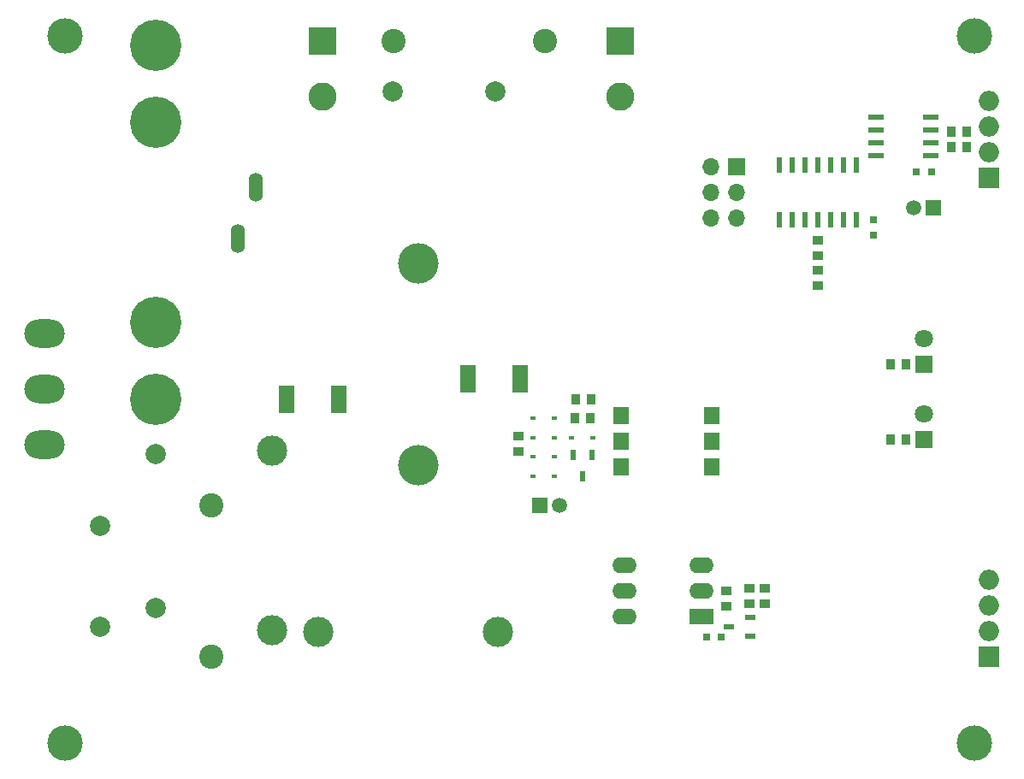
<source format=gbs>
G04 #@! TF.GenerationSoftware,KiCad,Pcbnew,no-vcs-found-f12b19d~59~ubuntu16.04.1*
G04 #@! TF.CreationDate,2017-08-22T16:20:07+03:00*
G04 #@! TF.ProjectId,ssr,7373722E6B696361645F706362000000,rev?*
G04 #@! TF.SameCoordinates,Original*
G04 #@! TF.FileFunction,Soldermask,Bot*
G04 #@! TF.FilePolarity,Negative*
%FSLAX46Y46*%
G04 Gerber Fmt 4.6, Leading zero omitted, Abs format (unit mm)*
G04 Created by KiCad (PCBNEW no-vcs-found-f12b19d~59~ubuntu16.04.1) date Tue Aug 22 16:20:07 2017*
%MOMM*%
%LPD*%
G01*
G04 APERTURE LIST*
%ADD10R,0.800000X0.750000*%
%ADD11R,0.750000X0.800000*%
%ADD12O,1.998980X1.998980*%
%ADD13R,1.998980X1.998980*%
%ADD14R,0.600000X0.450000*%
%ADD15C,2.400000*%
%ADD16R,1.500000X1.800000*%
%ADD17O,2.400000X1.600000*%
%ADD18R,2.400000X1.600000*%
%ADD19C,2.000000*%
%ADD20R,1.800000X1.800000*%
%ADD21C,1.800000*%
%ADD22C,3.500120*%
%ADD23C,2.999740*%
%ADD24O,4.000000X2.800000*%
%ADD25C,5.080000*%
%ADD26C,4.000500*%
%ADD27O,1.422400X2.844800*%
%ADD28R,1.000760X0.899160*%
%ADD29R,0.599440X1.000760*%
%ADD30R,0.899160X1.000760*%
%ADD31R,1.600200X2.692400*%
%ADD32R,1.000760X0.599440*%
%ADD33C,1.998980*%
%ADD34R,1.500000X1.500000*%
%ADD35C,1.500000*%
%ADD36R,0.600000X1.500000*%
%ADD37R,1.550000X0.600000*%
%ADD38O,1.700000X1.700000*%
%ADD39R,1.700000X1.700000*%
%ADD40R,2.800000X2.800000*%
%ADD41C,2.800000*%
G04 APERTURE END LIST*
D10*
X170000000Y-84500000D03*
X168500000Y-84500000D03*
D11*
X185000000Y-44750000D03*
X185000000Y-43250000D03*
D10*
X189250000Y-38500000D03*
X190750000Y-38500000D03*
D12*
X196500000Y-78880000D03*
D13*
X196500000Y-86500000D03*
D12*
X196500000Y-83960000D03*
X196500000Y-81420000D03*
X196500000Y-31420000D03*
D13*
X196500000Y-39040000D03*
D12*
X196500000Y-36500000D03*
X196500000Y-33960000D03*
D14*
X157278016Y-64769204D03*
X155178016Y-64769204D03*
X151368016Y-66674204D03*
X153468016Y-66674204D03*
X151368016Y-62864204D03*
X153468016Y-62864204D03*
X153468016Y-64769204D03*
X151368016Y-64769204D03*
X153468016Y-68579204D03*
X151368016Y-68579204D03*
D15*
X119500000Y-86500000D03*
X119500000Y-71500000D03*
D16*
X160024040Y-67690000D03*
X160024040Y-65150000D03*
X160024040Y-62610000D03*
X169035960Y-62610000D03*
X169035960Y-65150000D03*
X169030000Y-67690000D03*
D17*
X160380000Y-82500000D03*
X168000000Y-77420000D03*
X160380000Y-79960000D03*
X168000000Y-79960000D03*
X160380000Y-77420000D03*
D18*
X168000000Y-82500000D03*
D19*
X108500000Y-83500000D03*
X108500000Y-73500000D03*
D15*
X137500000Y-25500000D03*
X152500000Y-25500000D03*
D20*
X190000000Y-65000000D03*
D21*
X190000000Y-62460000D03*
D20*
X190000000Y-57500000D03*
D21*
X190000000Y-54960000D03*
D22*
X105001260Y-94998740D03*
X105001260Y-24998880D03*
X195001080Y-24998880D03*
X195001080Y-94998740D03*
D23*
X147890000Y-84000000D03*
X130110000Y-84000000D03*
D24*
X103000000Y-65524500D03*
X103000000Y-60000000D03*
X103000000Y-54475500D03*
D25*
X114000000Y-61000000D03*
X114000000Y-53380000D03*
X114000000Y-25948000D03*
X114000000Y-33568000D03*
D26*
X139999960Y-67500000D03*
X139999960Y-47500040D03*
D27*
X122111000Y-45040000D03*
X123889000Y-39960000D03*
D28*
X149878016Y-66156044D03*
X149878016Y-64652364D03*
D29*
X155275516Y-66465924D03*
X156228016Y-68579204D03*
X157180516Y-66465924D03*
D28*
X179500000Y-49751840D03*
X179500000Y-48248160D03*
D30*
X157096696Y-60959204D03*
X155593016Y-60959204D03*
X156979856Y-62864204D03*
X155476176Y-62864204D03*
D28*
X179500000Y-45248160D03*
X179500000Y-46751840D03*
X174250000Y-79748160D03*
X174250000Y-81251840D03*
X170500000Y-79998160D03*
X170500000Y-81501840D03*
D30*
X186748160Y-65000000D03*
X188251840Y-65000000D03*
X186748160Y-57500000D03*
X188251840Y-57500000D03*
D31*
X150078100Y-59000000D03*
X144921900Y-59000000D03*
X132078100Y-61000000D03*
X126921900Y-61000000D03*
D32*
X172806640Y-82547500D03*
X170693360Y-83500000D03*
X172806640Y-84452500D03*
D28*
X172750000Y-79748160D03*
X172750000Y-81251840D03*
D33*
X137420000Y-30500000D03*
X147580000Y-30500000D03*
D23*
X125500000Y-83890000D03*
X125500000Y-66110000D03*
D33*
X114000000Y-81620000D03*
X114000000Y-66380000D03*
D34*
X152000000Y-71500000D03*
D35*
X154000000Y-71500000D03*
D34*
X191000000Y-42000000D03*
D35*
X189000000Y-42000000D03*
D36*
X183310000Y-37800000D03*
X182040000Y-37800000D03*
X180770000Y-37800000D03*
X179500000Y-37800000D03*
X178230000Y-37800000D03*
X176960000Y-37800000D03*
X175690000Y-37800000D03*
X175690000Y-43200000D03*
X176960000Y-43200000D03*
X178230000Y-43200000D03*
X179500000Y-43200000D03*
X180770000Y-43200000D03*
X182040000Y-43200000D03*
X183310000Y-43200000D03*
D30*
X192748160Y-34500000D03*
X194251840Y-34500000D03*
X192748160Y-36000000D03*
X194251840Y-36000000D03*
D37*
X190700000Y-36905000D03*
X190700000Y-35635000D03*
X190700000Y-34365000D03*
X190700000Y-33095000D03*
X185300000Y-33095000D03*
X185300000Y-34365000D03*
X185300000Y-35635000D03*
X185300000Y-36905000D03*
D38*
X168960000Y-43080000D03*
X171500000Y-43080000D03*
X168960000Y-40540000D03*
X171500000Y-40540000D03*
X168960000Y-38000000D03*
D39*
X171500000Y-38000000D03*
D40*
X130500000Y-25500000D03*
D41*
X130500000Y-31000000D03*
X160000000Y-31000000D03*
D40*
X160000000Y-25500000D03*
M02*

</source>
